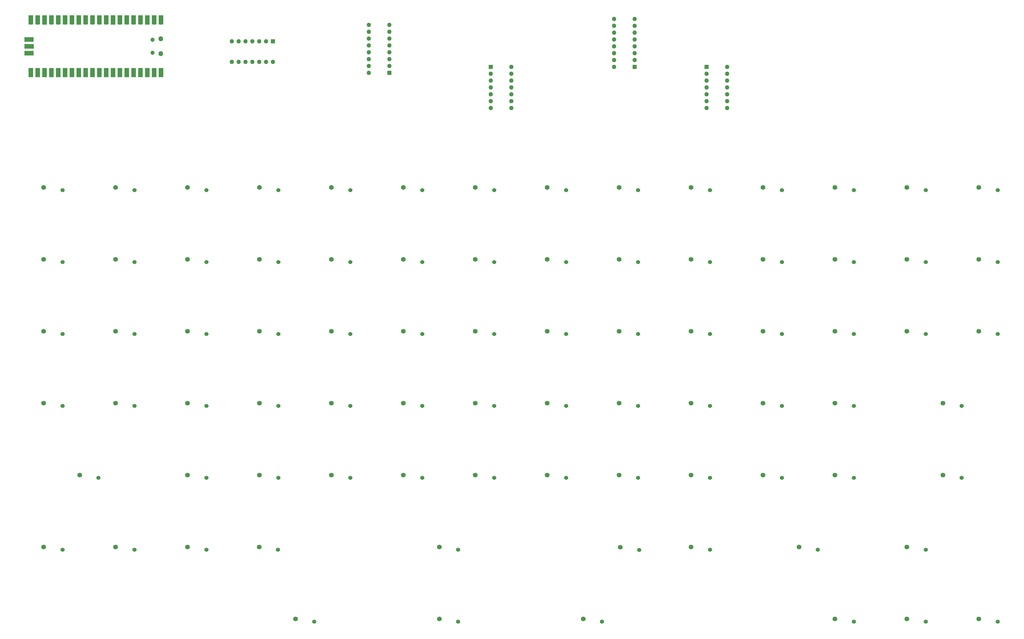
<source format=gbr>
G04 #@! TF.GenerationSoftware,KiCad,Pcbnew,(6.0.8)*
G04 #@! TF.CreationDate,2022-11-04T15:43:22-05:00*
G04 #@! TF.ProjectId,MIKey,4d494b65-792e-46b6-9963-61645f706362,rev?*
G04 #@! TF.SameCoordinates,Original*
G04 #@! TF.FileFunction,Soldermask,Top*
G04 #@! TF.FilePolarity,Negative*
%FSLAX46Y46*%
G04 Gerber Fmt 4.6, Leading zero omitted, Abs format (unit mm)*
G04 Created by KiCad (PCBNEW (6.0.8)) date 2022-11-04 15:43:22*
%MOMM*%
%LPD*%
G01*
G04 APERTURE LIST*
%ADD10C,1.762000*%
%ADD11C,1.524000*%
%ADD12R,1.600000X1.600000*%
%ADD13O,1.600000X1.600000*%
%ADD14O,1.500000X1.500000*%
%ADD15O,1.800000X1.800000*%
%ADD16R,1.700000X3.500000*%
%ADD17O,1.700000X1.700000*%
%ADD18R,1.700000X1.700000*%
%ADD19R,3.500000X1.700000*%
G04 APERTURE END LIST*
D10*
G04 #@! TO.C,SEVEN1*
X262389997Y-139380000D03*
D11*
X269389997Y-140430000D03*
G04 #@! TD*
D10*
G04 #@! TO.C,FOUR1*
X182379997Y-139380000D03*
D11*
X189379997Y-140430000D03*
G04 #@! TD*
D10*
G04 #@! TO.C,F9*
X315729997Y-112710000D03*
D11*
X322729997Y-113760000D03*
G04 #@! TD*
D10*
G04 #@! TO.C,L_CTRL1*
X75699997Y-246060000D03*
D11*
X82699997Y-247110000D03*
G04 #@! TD*
D10*
G04 #@! TO.C,SEMI-COLON1*
X342399997Y-192720000D03*
D11*
X349399997Y-193770000D03*
G04 #@! TD*
D10*
G04 #@! TO.C,R_SHIFT1*
X409074997Y-219390000D03*
D11*
X416074997Y-220440000D03*
G04 #@! TD*
D10*
G04 #@! TO.C,F2*
X129039997Y-112710000D03*
D11*
X136039997Y-113760000D03*
G04 #@! TD*
D10*
G04 #@! TO.C,F12*
X395739997Y-112710000D03*
D11*
X402739997Y-113760000D03*
G04 #@! TD*
D10*
G04 #@! TO.C,COMMA/GTR_THN1*
X315729997Y-219390000D03*
D11*
X322729997Y-220440000D03*
G04 #@! TD*
D10*
G04 #@! TO.C,SIX1*
X235719997Y-139380000D03*
D11*
X242719997Y-140430000D03*
G04 #@! TD*
D10*
G04 #@! TO.C,O1*
X315729997Y-166050000D03*
D11*
X322729997Y-167100000D03*
G04 #@! TD*
D10*
G04 #@! TO.C,TWO1*
X129039997Y-139380000D03*
D11*
X136039997Y-140430000D03*
G04 #@! TD*
D10*
G04 #@! TO.C,L1*
X315729997Y-192720000D03*
D11*
X322729997Y-193770000D03*
G04 #@! TD*
D10*
G04 #@! TO.C,WINDOWS1*
X102369997Y-246060000D03*
D11*
X109369997Y-247110000D03*
G04 #@! TD*
D10*
G04 #@! TO.C,F1*
X102369997Y-112710000D03*
D11*
X109369997Y-113760000D03*
G04 #@! TD*
D10*
G04 #@! TO.C,F6*
X235719997Y-112710000D03*
D11*
X242719997Y-113760000D03*
G04 #@! TD*
D10*
G04 #@! TO.C,CAPSLOCK1*
X75699997Y-192720000D03*
D11*
X82699997Y-193770000D03*
G04 #@! TD*
D10*
G04 #@! TO.C,S1*
X129039997Y-192720000D03*
D11*
X136039997Y-193770000D03*
G04 #@! TD*
D10*
G04 #@! TO.C,F11*
X369069997Y-112710000D03*
D11*
X376069997Y-113760000D03*
G04 #@! TD*
D10*
G04 #@! TO.C,]1*
X395739997Y-166050000D03*
D11*
X402739997Y-167100000D03*
G04 #@! TD*
D10*
G04 #@! TO.C,RIGHT_ARROW1*
X422409997Y-272730000D03*
D11*
X429409997Y-273780000D03*
G04 #@! TD*
D10*
G04 #@! TO.C,K1*
X289059997Y-192720000D03*
D11*
X296059997Y-193770000D03*
G04 #@! TD*
D10*
G04 #@! TO.C,DOWN_ARROW1*
X395739997Y-272730000D03*
D11*
X402739997Y-273780000D03*
G04 #@! TD*
D10*
G04 #@! TO.C,J1*
X262389997Y-192720000D03*
D11*
X269389997Y-193770000D03*
G04 #@! TD*
D10*
G04 #@! TO.C,G1*
X209049997Y-192720000D03*
D11*
X216049997Y-193770000D03*
G04 #@! TD*
D10*
G04 #@! TO.C,H1*
X235719997Y-192720000D03*
D11*
X242719997Y-193770000D03*
G04 #@! TD*
D10*
G04 #@! TO.C,SPACE_BAR1*
X222384997Y-246060000D03*
D11*
X229384997Y-247110000D03*
G04 #@! TD*
D10*
G04 #@! TO.C,U5*
X262389997Y-166050000D03*
D11*
X269389997Y-167100000D03*
G04 #@! TD*
D10*
G04 #@! TO.C,L_SHIFT1*
X89034997Y-219390000D03*
D11*
X96034997Y-220440000D03*
G04 #@! TD*
D10*
G04 #@! TO.C,APOSTROPHE1*
X369069997Y-192720000D03*
D11*
X376069997Y-193770000D03*
G04 #@! TD*
D10*
G04 #@! TO.C,I1*
X289059997Y-166050000D03*
D11*
X296059997Y-167100000D03*
G04 #@! TD*
D10*
G04 #@! TO.C,REF\u002A\u002A*
X155599997Y-246060000D03*
D11*
X162599997Y-247110000D03*
G04 #@! TD*
D10*
G04 #@! TO.C,W1*
X129039997Y-166050000D03*
D11*
X136039997Y-167100000D03*
G04 #@! TD*
D10*
G04 #@! TO.C,B1*
X235719997Y-219390000D03*
D11*
X242719997Y-220440000D03*
G04 #@! TD*
D10*
G04 #@! TO.C,EQUALS1*
X395739997Y-139380000D03*
D11*
X402739997Y-140430000D03*
G04 #@! TD*
D10*
G04 #@! TO.C,A1*
X102369997Y-192720000D03*
D11*
X109369997Y-193770000D03*
G04 #@! TD*
D10*
G04 #@! TO.C,ZERO1*
X342399997Y-139380000D03*
D11*
X349399997Y-140430000D03*
G04 #@! TD*
D10*
G04 #@! TO.C,EIGHT1*
X289059997Y-139380000D03*
D11*
X296059997Y-140430000D03*
G04 #@! TD*
D10*
G04 #@! TO.C,F13*
X182379997Y-192720000D03*
D11*
X189379997Y-193770000D03*
G04 #@! TD*
D10*
G04 #@! TO.C,TAB1*
X75699997Y-166050000D03*
D11*
X82699997Y-167100000D03*
G04 #@! TD*
D10*
G04 #@! TO.C,MACRO_1*
X169044997Y-272730000D03*
D11*
X176044997Y-273780000D03*
G04 #@! TD*
D10*
G04 #@! TO.C,PERIOD/LSS_THN1*
X342399997Y-219390000D03*
D11*
X349399997Y-220440000D03*
G04 #@! TD*
D10*
G04 #@! TO.C,X1*
X155709997Y-219390000D03*
D11*
X162709997Y-220440000D03*
G04 #@! TD*
D10*
G04 #@! TO.C,C1*
X182379997Y-219390000D03*
D11*
X189379997Y-220440000D03*
G04 #@! TD*
D10*
G04 #@! TO.C,Y1*
X235719997Y-166050000D03*
D11*
X242719997Y-167100000D03*
G04 #@! TD*
D10*
G04 #@! TO.C,F8*
X289059997Y-112710000D03*
D11*
X296059997Y-113760000D03*
G04 #@! TD*
D10*
G04 #@! TO.C,D1*
X155709997Y-192720000D03*
D11*
X162709997Y-193770000D03*
G04 #@! TD*
D10*
G04 #@! TO.C,MACRO_3*
X275724997Y-272730000D03*
D11*
X282724997Y-273780000D03*
G04 #@! TD*
D10*
G04 #@! TO.C,BACKSPACE1*
X422409997Y-139380000D03*
D11*
X429409997Y-140430000D03*
G04 #@! TD*
D10*
G04 #@! TO.C,T1*
X209049997Y-166050000D03*
D11*
X216049997Y-167100000D03*
G04 #@! TD*
D10*
G04 #@! TO.C,MINUS1*
X369069997Y-139380000D03*
D11*
X376069997Y-140430000D03*
G04 #@! TD*
D10*
G04 #@! TO.C,/1*
X369069997Y-219390000D03*
D11*
X376069997Y-220440000D03*
G04 #@! TD*
D10*
G04 #@! TO.C,M1*
X289059997Y-219390000D03*
D11*
X296059997Y-220440000D03*
G04 #@! TD*
D10*
G04 #@! TO.C,UP_ARROW1*
X395739997Y-246060000D03*
D11*
X402739997Y-247110000D03*
G04 #@! TD*
D10*
G04 #@! TO.C,F7*
X262389997Y-112710000D03*
D11*
X269389997Y-113760000D03*
G04 #@! TD*
D10*
G04 #@! TO.C,Z1*
X129039997Y-219390000D03*
D11*
X136039997Y-220440000D03*
G04 #@! TD*
D10*
G04 #@! TO.C,MACRO_2*
X222384997Y-272730000D03*
D11*
X229384997Y-273780000D03*
G04 #@! TD*
D10*
G04 #@! TO.C,F4*
X182379997Y-112710000D03*
D11*
X189379997Y-113760000D03*
G04 #@! TD*
D10*
G04 #@! TO.C,Q1*
X102369997Y-166050000D03*
D11*
X109369997Y-167100000D03*
G04 #@! TD*
D10*
G04 #@! TO.C,BACK_TICK/TILDE1*
X75699997Y-139380000D03*
D11*
X82699997Y-140430000D03*
G04 #@! TD*
D10*
G04 #@! TO.C,NINE1*
X315729997Y-139380000D03*
D11*
X322729997Y-140430000D03*
G04 #@! TD*
D10*
G04 #@! TO.C,N1*
X262389997Y-219390000D03*
D11*
X269389997Y-220440000D03*
G04 #@! TD*
D10*
G04 #@! TO.C,THREE1*
X155709997Y-139380000D03*
D11*
X162709997Y-140430000D03*
G04 #@! TD*
D10*
G04 #@! TO.C,ENTER1*
X409074997Y-192720000D03*
D11*
X416074997Y-193770000D03*
G04 #@! TD*
D10*
G04 #@! TO.C,R2*
X182379997Y-166050000D03*
D11*
X189379997Y-167100000D03*
G04 #@! TD*
D10*
G04 #@! TO.C,ONE1*
X102369997Y-139380000D03*
D11*
X109369997Y-140430000D03*
G04 #@! TD*
D10*
G04 #@! TO.C,R_ALT1*
X315729997Y-246060000D03*
D11*
X322729997Y-247110000D03*
G04 #@! TD*
D10*
G04 #@! TO.C,V1*
X209049997Y-219390000D03*
D11*
X216049997Y-220440000D03*
G04 #@! TD*
D10*
G04 #@! TO.C,E1*
X155709997Y-166050000D03*
D11*
X162709997Y-167100000D03*
G04 #@! TD*
D10*
G04 #@! TO.C,R_CTRL1*
X355734997Y-246060000D03*
D11*
X362734997Y-247110000D03*
G04 #@! TD*
D10*
G04 #@! TO.C,F3*
X155709997Y-112710000D03*
D11*
X162709997Y-113760000D03*
G04 #@! TD*
D10*
G04 #@! TO.C,[1*
X369069997Y-166050000D03*
D11*
X376069997Y-167100000D03*
G04 #@! TD*
D10*
G04 #@! TO.C,DEL1*
X422409997Y-112710000D03*
D11*
X429409997Y-113760000D03*
G04 #@! TD*
D10*
G04 #@! TO.C,\u005C1*
X422409997Y-166050000D03*
D11*
X429409997Y-167100000D03*
G04 #@! TD*
D10*
G04 #@! TO.C,L_ALT1*
X129039997Y-246060000D03*
D11*
X136039997Y-247110000D03*
G04 #@! TD*
D10*
G04 #@! TO.C,P1*
X342399997Y-166050000D03*
D11*
X349399997Y-167100000D03*
G04 #@! TD*
D10*
G04 #@! TO.C,F10*
X342399997Y-112710000D03*
D11*
X349399997Y-113760000D03*
G04 #@! TD*
D10*
G04 #@! TO.C,ESC1*
X75699997Y-112710000D03*
D11*
X82699997Y-113760000D03*
G04 #@! TD*
D10*
G04 #@! TO.C,F5*
X209049997Y-112710000D03*
D11*
X216049997Y-113760000D03*
G04 #@! TD*
D10*
G04 #@! TO.C,REF\u002A\u002A*
X289499997Y-246130000D03*
D11*
X296499997Y-247180000D03*
G04 #@! TD*
D10*
G04 #@! TO.C,LEFT_ARROW1*
X369069997Y-272730000D03*
D11*
X376069997Y-273780000D03*
G04 #@! TD*
D10*
G04 #@! TO.C,FIVE1*
X209049997Y-139380000D03*
D11*
X216049997Y-140430000D03*
G04 #@! TD*
D12*
G04 #@! TO.C,U3*
X321469997Y-68020000D03*
D13*
X321469997Y-70560000D03*
X321469997Y-73100000D03*
X321469997Y-75640000D03*
X321469997Y-78180000D03*
X321469997Y-80720000D03*
X321469997Y-83260000D03*
X329089997Y-83260000D03*
X329089997Y-80720000D03*
X329089997Y-78180000D03*
X329089997Y-75640000D03*
X329089997Y-73100000D03*
X329089997Y-70560000D03*
X329089997Y-68020000D03*
G04 #@! TD*
D14*
G04 #@! TO.C,U4*
X116079997Y-62775000D03*
X116079997Y-57925000D03*
D15*
X119109997Y-63075000D03*
X119109997Y-57625000D03*
D16*
X119239997Y-50560000D03*
D17*
X119239997Y-51460000D03*
X116699997Y-51460000D03*
D16*
X116699997Y-50560000D03*
X114159997Y-50560000D03*
D18*
X114159997Y-51460000D03*
D17*
X111619997Y-51460000D03*
D16*
X111619997Y-50560000D03*
X109079997Y-50560000D03*
D17*
X109079997Y-51460000D03*
X106539997Y-51460000D03*
D16*
X106539997Y-50560000D03*
X103999997Y-50560000D03*
D17*
X103999997Y-51460000D03*
D16*
X101459997Y-50560000D03*
D18*
X101459997Y-51460000D03*
D17*
X98919997Y-51460000D03*
D16*
X98919997Y-50560000D03*
X96379997Y-50560000D03*
D17*
X96379997Y-51460000D03*
X93839997Y-51460000D03*
D16*
X93839997Y-50560000D03*
X91299997Y-50560000D03*
D17*
X91299997Y-51460000D03*
D18*
X88759997Y-51460000D03*
D16*
X88759997Y-50560000D03*
X86219997Y-50560000D03*
D17*
X86219997Y-51460000D03*
D16*
X83679997Y-50560000D03*
D17*
X83679997Y-51460000D03*
X81139997Y-51460000D03*
D16*
X81139997Y-50560000D03*
X78599997Y-50560000D03*
D17*
X78599997Y-51460000D03*
D16*
X76059997Y-50560000D03*
D18*
X76059997Y-51460000D03*
D16*
X73519997Y-50560000D03*
D17*
X73519997Y-51460000D03*
X70979997Y-51460000D03*
D16*
X70979997Y-50560000D03*
X70979997Y-70140000D03*
D17*
X70979997Y-69240000D03*
D16*
X73519997Y-70140000D03*
D17*
X73519997Y-69240000D03*
D18*
X76059997Y-69240000D03*
D16*
X76059997Y-70140000D03*
D17*
X78599997Y-69240000D03*
D16*
X78599997Y-70140000D03*
X81139997Y-70140000D03*
D17*
X81139997Y-69240000D03*
D16*
X83679997Y-70140000D03*
D17*
X83679997Y-69240000D03*
D16*
X86219997Y-70140000D03*
D17*
X86219997Y-69240000D03*
D18*
X88759997Y-69240000D03*
D16*
X88759997Y-70140000D03*
X91299997Y-70140000D03*
D17*
X91299997Y-69240000D03*
X93839997Y-69240000D03*
D16*
X93839997Y-70140000D03*
X96379997Y-70140000D03*
D17*
X96379997Y-69240000D03*
X98919997Y-69240000D03*
D16*
X98919997Y-70140000D03*
D18*
X101459997Y-69240000D03*
D16*
X101459997Y-70140000D03*
X103999997Y-70140000D03*
D17*
X103999997Y-69240000D03*
X106539997Y-69240000D03*
D16*
X106539997Y-70140000D03*
D17*
X109079997Y-69240000D03*
D16*
X109079997Y-70140000D03*
X111619997Y-70140000D03*
D17*
X111619997Y-69240000D03*
D16*
X114159997Y-70140000D03*
D18*
X114159997Y-69240000D03*
D17*
X116699997Y-69240000D03*
D16*
X116699997Y-70140000D03*
X119239997Y-70140000D03*
D17*
X119239997Y-69240000D03*
X71209997Y-57810000D03*
D19*
X70309997Y-57810000D03*
X70309997Y-60350000D03*
D18*
X71209997Y-60350000D03*
D17*
X71209997Y-62890000D03*
D19*
X70309997Y-62890000D03*
G04 #@! TD*
D12*
G04 #@! TO.C,DECODER1*
X203909997Y-70225000D03*
D13*
X203909997Y-67685000D03*
X203909997Y-65145000D03*
X203909997Y-62605000D03*
X203909997Y-60065000D03*
X203909997Y-57525000D03*
X203909997Y-54985000D03*
X203909997Y-52445000D03*
X196289997Y-52445000D03*
X196289997Y-54985000D03*
X196289997Y-57525000D03*
X196289997Y-60065000D03*
X196289997Y-62605000D03*
X196289997Y-65145000D03*
X196289997Y-67685000D03*
X196289997Y-70225000D03*
G04 #@! TD*
D12*
G04 #@! TO.C,U1*
X160734997Y-58550000D03*
D13*
X158194997Y-58550000D03*
X155654997Y-58550000D03*
X153114997Y-58550000D03*
X150574997Y-58550000D03*
X148034997Y-58550000D03*
X145494997Y-58550000D03*
X145494997Y-66170000D03*
X148034997Y-66170000D03*
X150574997Y-66170000D03*
X153114997Y-66170000D03*
X155654997Y-66170000D03*
X158194997Y-66170000D03*
X160734997Y-66170000D03*
G04 #@! TD*
D12*
G04 #@! TO.C,U2*
X241459997Y-68020000D03*
D13*
X241459997Y-70560000D03*
X241459997Y-73100000D03*
X241459997Y-75640000D03*
X241459997Y-78180000D03*
X241459997Y-80720000D03*
X241459997Y-83260000D03*
X249079997Y-83260000D03*
X249079997Y-80720000D03*
X249079997Y-78180000D03*
X249079997Y-75640000D03*
X249079997Y-73100000D03*
X249079997Y-70560000D03*
X249079997Y-68020000D03*
G04 #@! TD*
D12*
G04 #@! TO.C,DECODER2*
X294799997Y-68020000D03*
D13*
X294799997Y-65480000D03*
X294799997Y-62940000D03*
X294799997Y-60400000D03*
X294799997Y-57860000D03*
X294799997Y-55320000D03*
X294799997Y-52780000D03*
X294799997Y-50240000D03*
X287179997Y-50240000D03*
X287179997Y-52780000D03*
X287179997Y-55320000D03*
X287179997Y-57860000D03*
X287179997Y-60400000D03*
X287179997Y-62940000D03*
X287179997Y-65480000D03*
X287179997Y-68020000D03*
G04 #@! TD*
M02*

</source>
